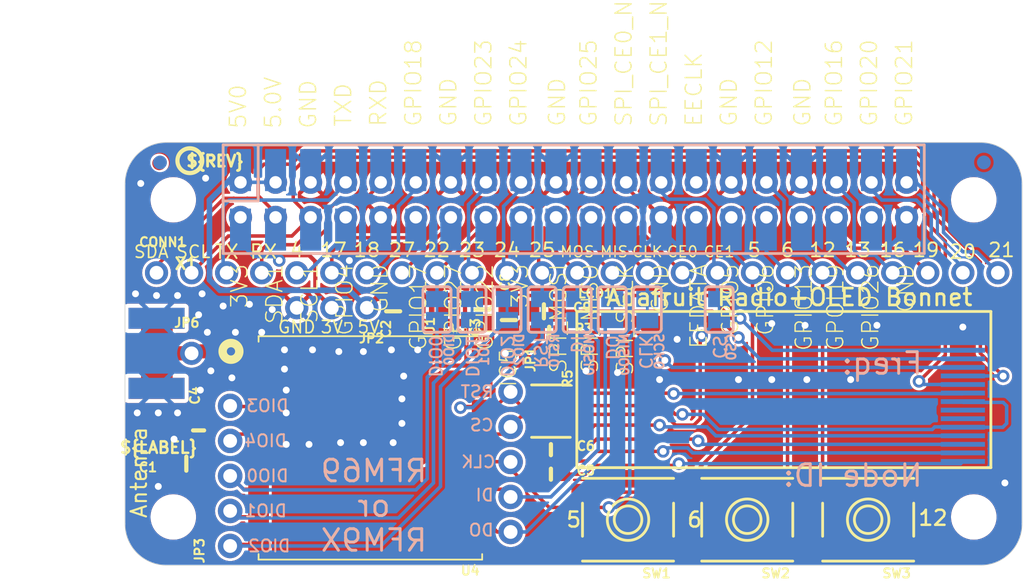
<source format=kicad_pcb>
(kicad_pcb (version 20221018) (generator pcbnew)
  (layers (0 "F.Cu" signal) (31 "B.Cu" signal) (34 "B.Paste" user) (35 "F.Paste" user) (36 "B.SilkS" user "B.Silkscreen") (37 "F.SilkS" user "F.Silkscreen") (38 "B.Mask" user) (39 "F.Mask" user) (44 "Edge.Cuts" user))
  (net 0 "")
  (net 1 "5.0V")
  (net 2 "SDA")
  (net 3 "SCL")
  (net 4 "GPIO4")
  (net 5 "GPIO17")
  (net 6 "GPIO27")
  (net 7 "GPIO22")
  (net 8 "SPI_MOSI")
  (net 9 "SPI_MISO")
  (net 10 "SPI_SCLK")
  (net 11 "GPIO5")
  (net 12 "GPIO6")
  (net 13 "GPIO13")
  (net 14 "GPIO19")
  (net 15 "GPIO26")
  (net 16 "3.3V")
  (net 17 "GND")
  (net 18 "TXD")
  (net 19 "RXD")
  (net 20 "GPIO18")
  (net 21 "GPIO24")
  (net 22 "GPIO25")
  (net 23 "SPI_CE0")
  (net 24 "SPI_CE1")
  (net 25 "EECLK")
  (net 26 "GPIO16")
  (net 27 "GPIO20")
  (net 28 "GPIO21")
  (net 29 "GPIO23")
  (net 30 "EEDATA")
  (net 31 "GPIO12")
  (net 32 "ANT")
  (net 33 "DIO3")
  (net 34 "DIO2")
  (net 35 "DIO1")
  (net 36 "DIO5")
  (net 37 "DIO4")
  (net 38 "DIO0")
  (net 39 "RFM_RST")
  (net 40 "RFM_MOSI")
  (net 41 "RFM_MISO")
  (net 42 "RFM_SCK")
  (net 43 "RFM_CS")
  (net 44 "RPI_3.3V")
  (net 45 "VBREF")
  (net 46 "N$1")
  (net 47 "N$2")
  (net 48 "N$3")
  (net 49 "N$4")
  (net 50 "VCOMH")
  (net 51 "N$7")
  (net 52 "VCC")
  (net 53 "~{OLED_RST}")
  (net 54 "RPI_3.3V@2")
  (footprint "working:0805-NO" (layer "F.Cu") (at 135.4321 101.9188 -90)
    (fp_text reference "C2")
    (fp_text value "10uF")
  )
  (footprint "working:SOT23" (layer "F.Cu") (at 146.3541 105.6018 90)
    (fp_text reference "IC5")
    (fp_text value "APX803")
  )
  (footprint "working:0603-NO" (layer "F.Cu") (at 146.7351 103.4428)
    (fp_text reference "R3")
    (fp_text value "390K")
  )
  (footprint "working:EVQ-Q2_SMALLER" (layer "F.Cu") (at 169.8491 117.0318 180)
    (fp_text reference "SW3")
    (fp_text value "6mm")
  )
  (footprint "working:0603-NO" (layer "F.Cu") (at 121.3351 110.5548 90)
    (fp_text reference "C4")
    (fp_text value "0.1uF")
  )
  (footprint "working:EVQ-Q2_SMALLER" (layer "F.Cu") (at 152.4501 117.0318 180)
    (fp_text reference "SW1")
    (fp_text value "6mm")
  )
  (footprint "working:PI_BONNET_THMSMT" (layer "F.Cu") (at 116.0011 120.3338)
    (fp_text reference "RPI1" hide)
    (fp_text value "RASPBERRYPI_BPLUS_BONNET_THMSMT" hide)
    (fp_line (start 0 -27.6604) (end 0 -3) (stroke (width 0.05)) (layer "Edge.Cuts"))
    (fp_line (start 3 0) (end 62 0) (stroke (width 0.05)) (layer "Edge.Cuts"))
    (fp_line (start 62 -30.6604) (end 3 -30.6604) (stroke (width 0.05)) (layer "Edge.Cuts"))
    (fp_line (start 65 -3) (end 65 -27.6604) (stroke (width 0.05)) (layer "Edge.Cuts"))
    (fp_arc (start 0 -27.6604) (mid 0.87868 -29.78172) (end 3 -30.6604) (stroke (width 0.05)) (layer "Edge.Cuts"))
    (fp_arc (start 3 0) (mid 0.87868 -0.87868) (end 0 -3) (stroke (width 0.05)) (layer "Edge.Cuts"))
    (fp_arc (start 62 -30.6604) (mid 64.12132 -29.78172) (end 65 -27.6604) (stroke (width 0.05)) (layer "Edge.Cuts"))
    (fp_arc (start 65 -3) (mid 64.12132 -0.87868) (end 62 0) (stroke (width 0.05)) (layer "Edge.Cuts"))
  )
  (footprint "working:0603-NO" (layer "F.Cu") (at 146.8621 113.7298)
    (fp_text reference "C5")
    (fp_text value "1uF")
  )
  (footprint "working:1X05_ROUND_70" (layer "F.Cu") (at 143.9411 112.8408 -90)
    (fp_text reference "JP1")
    (fp_text value "")
  )
  (footprint "working:FIDUCIAL_1MM" (layer "F.Cu") (at 118.4776 91.1873)
    (fp_text reference "FID1" hide)
    (fp_text value "FIDUCIAL_1MM" hide)
  )
  (footprint "working:UG-2832HSWEG02_WRAPUNDER" (layer "F.Cu") (at 178.7391 107.5068)
    (fp_text reference "LCD1")
    (fp_text value "OLED 128x32")
  )
  (footprint "working:0603-NO" (layer "F.Cu") (at 146.8621 111.9518)
    (fp_text reference "C6")
    (fp_text value "1uF")
  )
  (footprint "working:0805-NO" (layer "F.Cu") (at 141.9091 101.7918 -90)
    (fp_text reference "C3")
    (fp_text value "10uF")
  )
  (footprint "working:EVQ-Q2_SMALLER" (layer "F.Cu") (at 161.0861 117.0318 180)
    (fp_text reference "SW2")
    (fp_text value "6mm")
  )
  (footprint "working:0805-NO" (layer "F.Cu") (at 146.3541 101.9188)
    (fp_text reference "C9")
    (fp_text value "10uF")
  )
  (footprint "working:0805-NO" (layer "F.Cu") (at 120.4461 112.9678 180)
    (fp_text reference "C1")
    (fp_text value "10uF")
  )
  (footprint "working:1X05_ROUND_70" (layer "F.Cu") (at 123.6211 113.8568 90)
    (fp_text reference "JP3")
    (fp_text value "")
  )
  (footprint "working:SOT23-5" (layer "F.Cu") (at 138.4801 101.7918 -90)
    (fp_text reference "U1")
    (fp_text value "AP2112K-3.3")
  )
  (footprint "working:1X03_ROUND" (layer "F.Cu") (at 130.9871 101.6648 180)
    (fp_text reference "JP2")
    (fp_text value "")
  )
  (footprint "working:RFMHCW_SMT" (layer "F.Cu") (at 133.7811 111.8248 180)
    (fp_text reference "U4")
    (fp_text value "RFM69/9x")
  )
  (footprint "working:1X01_ROUND" (layer "F.Cu") (at 120.8271 104.9668)
    (fp_text reference "JP6")
    (fp_text value "")
  )
  (footprint "working:SMA_EDGELAUNCH_UFL" (layer "F.Cu") (at 116.2551 104.9668)
    (fp_text reference "X1")
    (fp_text value "uFL/SMA")
  )
  (footprint "working:PCBFEAT-REV-040" (layer "F.Cu") (at 120.7001 90.9968)
    (fp_text reference "U$22" hide)
    (fp_text value "" hide)
  )
  (footprint "working:FIDUCIAL_1MM" (layer "F.Cu") (at 179.2471 118.8098)
    (fp_text reference "FID2" hide)
    (fp_text value "FIDUCIAL_1MM" hide)
  )
  (footprint "working:RESPACK_4X0603" (layer "F.Cu") (at 146.8621 109.1578 -90)
    (fp_text reference "R5")
    (fp_text value "10K")
  )
  (footprint "working:1X25_ROUND_70MIL" (layer "F.Cu") (at 148.7671 99.1248)
    (fp_text reference "CONN1")
    (fp_text value "HEADER-1X25")
  )
  (footprint "working:0805-NO" (layer "F.Cu") (at 143.8141 102.5538 90)
    (fp_text reference "C8")
    (fp_text value "10uF")
  )
  (footprint "working:SOLDERJUMPER_CLOSEDWIRE" (layer "B.Cu") (at 138.6071 101.7918 90)
    (fp_text reference "DIO0")
    (fp_text value "")
  )
  (footprint "working:SOLDERJUMPER_CLOSEDWIRE" (layer "B.Cu") (at 141.1471 101.7918 90)
    (fp_text reference "DIO1")
    (fp_text value "")
  )
  (footprint "working:SOLDERJUMPER_CLOSEDWIRE" (layer "B.Cu") (at 153.8471 101.7918 90)
    (fp_text reference "SCK0")
    (fp_text value "")
  )
  (footprint "working:SOLDERJUMPER_CLOSEDWIRE" (layer "B.Cu") (at 146.2271 101.7918 90)
    (fp_text reference "RST0")
    (fp_text value "")
  )
  (footprint "working:SOLDERJUMPER_CLOSEDWIRE" (layer "B.Cu") (at 148.7671 101.7918 90)
    (fp_text reference "MOSI0")
    (fp_text value "")
  )
  (footprint "working:SOLDERJUMPER_CLOSEDWIRE" (layer "B.Cu") (at 159.0541 101.7918 90)
    (fp_text reference "CS0")
    (fp_text value "")
  )
  (footprint "working:SOLDERJUMPER_CLOSEDWIRE" (layer "B.Cu") (at 151.3071 101.7918 90)
    (fp_text reference "MISO0")
    (fp_text value "")
  )
  (footprint "working:SOLDERJUMPER_CLOSEDWIRE" (layer "B.Cu") (at 143.6871 101.7918 90)
    (fp_text reference "DIO2")
    (fp_text value "")
  )
  (gr_text "DIO2" (at 144.1951 103.5698 -90) (layer "B.SilkS") (effects (font (size 0.87376 0.87376) (thickness 0.14224)) (justify right top mirror)))
  (gr_text "Freq:" (at 173.9131 106.6178) (layer "B.SilkS") (effects (font (size 1.56464 1.56464) (thickness 0.21336)) (justify left bottom mirror)))
  (gr_text "DIO4" (at 127.8121 111.8248) (layer "B.SilkS") (effects (font (size 0.87376 0.87376) (thickness 0.14224)) (justify left bottom mirror)))
  (gr_text "CLK" (at 142.9251 113.3488) (layer "B.SilkS") (effects (font (size 0.87376 0.87376) (thickness 0.14224)) (justify left bottom mirror)))
  (gr_text "DIO0" (at 127.9391 114.3648) (layer "B.SilkS") (effects (font (size 0.87376 0.87376) (thickness 0.14224)) (justify left bottom mirror)))
  (gr_text "DIO2" (at 128.0661 119.4448) (layer "B.SilkS") (effects (font (size 0.87376 0.87376) (thickness 0.14224)) (justify left bottom mirror)))
  (gr_text "RST" (at 142.7981 108.2688) (layer "B.SilkS") (effects (font (size 0.87376 0.87376) (thickness 0.14224)) (justify left bottom mirror)))
  (gr_text "DIO1" (at 127.8121 116.9048) (layer "B.SilkS") (effects (font (size 0.87376 0.87376) (thickness 0.14224)) (justify left bottom mirror)))
  (gr_text "RFM69\nor\nRFM9X" (at 134.0351 116.0158) (layer "B.SilkS") (effects (font (size 1.56464 1.56464) (thickness 0.21336)) (justify mirror)))
  (gr_text "Node ID:" (at 173.9131 114.7458) (layer "B.SilkS") (effects (font (size 1.56464 1.56464) (thickness 0.21336)) (justify left bottom mirror)))
  (gr_text "DI" (at 149.2751 103.5698 -90) (layer "B.SilkS") (effects (font (size 0.87376 0.87376) (thickness 0.14224)) (justify right top mirror)))
  (gr_text "DI" (at 142.7981 115.7618) (layer "B.SilkS") (effects (font (size 0.87376 0.87376) (thickness 0.14224)) (justify left bottom mirror)))
  (gr_text "DO" (at 142.7981 118.3018) (layer "B.SilkS") (effects (font (size 0.87376 0.87376) (thickness 0.14224)) (justify left bottom mirror)))
  (gr_text "DO" (at 151.8151 103.5698 -90) (layer "B.SilkS") (effects (font (size 0.87376 0.87376) (thickness 0.14224)) (justify right top mirror)))
  (gr_text "DIO3" (at 127.9391 109.2848) (layer "B.SilkS") (effects (font (size 0.87376 0.87376) (thickness 0.14224)) (justify left bottom mirror)))
  (gr_text "CS" (at 159.5621 103.5698 -90) (layer "B.SilkS") (effects (font (size 0.87376 0.87376) (thickness 0.14224)) (justify right top mirror)))
  (gr_text "CS" (at 142.7981 110.6818) (layer "B.SilkS") (effects (font (size 0.87376 0.87376) (thickness 0.14224)) (justify left bottom mirror)))
  (gr_text "DIO0" (at 138.9881 103.5698 -90) (layer "B.SilkS") (effects (font (size 0.87376 0.87376) (thickness 0.14224)) (justify right top mirror)))
  (gr_text "RST" (at 146.6081 103.5698 -90) (layer "B.SilkS") (effects (font (size 0.87376 0.87376) (thickness 0.14224)) (justify right top mirror)))
  (gr_text "DIO1" (at 141.6551 103.5698 -90) (layer "B.SilkS") (effects (font (size 0.87376 0.87376) (thickness 0.14224)) (justify right top mirror)))
  (gr_text "CLK" (at 154.2281 103.5698 -90) (layer "B.SilkS") (effects (font (size 0.87376 0.87376) (thickness 0.14224)) (justify right top mirror)))
  (gr_text "16" (at 171.6271 97.4738) (layer "F.SilkS") (effects (font (size 1.00584 1.00584) (thickness 0.13716))))
  (gr_text "MOS" (at 148.7671 97.6008) (layer "F.SilkS") (effects (font (size 0.78232 0.78232) (thickness 0.10668))))
  (gr_text "SDA" (at 117.9061 97.6008) (layer "F.SilkS") (effects (font (size 0.89408 0.89408) (thickness 0.12192))))
  (gr_text "6" (at 157.2761 117.0318) (layer "F.SilkS") (effects (font (size 1.0922 1.0922) (thickness 0.1778))))
  (gr_text "18" (at 133.5271 97.4738) (layer "F.SilkS") (effects (font (size 1.00584 1.00584) (thickness 0.13716))))
  (gr_text "12" (at 174.5481 116.9048) (layer "F.SilkS") (effects (font (size 1.0922 1.0922) (thickness 0.1778))))
  (gr_text "12" (at 166.5471 97.4738) (layer "F.SilkS") (effects (font (size 1.00584 1.00584) (thickness 0.13716))))
  (gr_text "CE1" (at 159.0541 97.6008) (layer "F.SilkS") (effects (font (size 0.78232 0.78232) (thickness 0.10668))))
  (gr_text "6" (at 164.0071 97.4738) (layer "F.SilkS") (effects (font (size 1.00584 1.00584) (thickness 0.13716))))
  (gr_text "25" (at 146.2271 97.4738) (layer "F.SilkS") (effects (font (size 1.00584 1.00584) (thickness 0.13716))))
  (gr_text "27" (at 136.0671 97.4738) (layer "F.SilkS") (effects (font (size 1.00584 1.00584) (thickness 0.13716))))
  (gr_text "17" (at 131.1141 97.4738) (layer "F.SilkS") (effects (font (size 1.00584 1.00584) (thickness 0.13716))))
  (gr_text "Antenna" (at 117.0171 113.6028 90) (layer "F.SilkS") (effects (font (size 1.1176 1.1176) (thickness 0.1524))))
  (gr_text "CLK" (at 153.8471 97.6008) (layer "F.SilkS") (effects (font (size 0.78232 0.78232) (thickness 0.10668))))
  (gr_text "22" (at 138.6071 97.4738) (layer "F.SilkS") (effects (font (size 1.00584 1.00584) (thickness 0.13716))))
  (gr_text "Adafruit Radio+OLED Bonnet" (at 164.1341 100.9028) (layer "F.SilkS") (effects (font (size 1.223264 1.223264) (thickness 0.199136))))
  (gr_text "4" (at 128.4471 97.4738) (layer "F.SilkS") (effects (font (size 1.00584 1.00584) (thickness 0.13716))))
  (gr_text "13" (at 169.0871 97.4738) (layer "F.SilkS") (effects (font (size 1.00584 1.00584) (thickness 0.13716))))
  (gr_text "5" (at 161.5941 97.4738) (layer "F.SilkS") (effects (font (size 1.00584 1.00584) (thickness 0.13716))))
  (gr_text "21" (at 179.5011 97.4738) (layer "F.SilkS") (effects (font (size 1.00584 1.00584) (thickness 0.13716))))
  (gr_text "GND" (at 128.4471 103.0618) (layer "F.SilkS") (effects (font (size 0.89408 0.89408) (thickness 0.12192))))
  (gr_text "23" (at 141.1471 97.4738) (layer "F.SilkS") (effects (font (size 1.00584 1.00584) (thickness 0.13716))))
  (gr_text "5" (at 148.5131 117.0318) (layer "F.SilkS") (effects (font (size 1.0922 1.0922) (thickness 0.1778))))
  (gr_text "24" (at 143.6871 97.4738) (layer "F.SilkS") (effects (font (size 1.00584 1.00584) (thickness 0.13716))))
  (gr_text "CE0" (at 156.3871 97.6008) (layer "F.SilkS") (effects (font (size 0.78232 0.78232) (thickness 0.10668))))
  (gr_text "RX" (at 126.0341 97.6008) (layer "F.SilkS") (effects (font (size 1.00584 1.00584) (thickness 0.13716))))
  (gr_text "TX" (at 123.3671 97.6008) (layer "F.SilkS") (effects (font (size 1.00584 1.00584) (thickness 0.13716))))
  (gr_text "MIS" (at 151.4341 97.6008) (layer "F.SilkS") (effects (font (size 0.78232 0.78232) (thickness 0.10668))))
  (gr_text "20" (at 176.7071 97.6008) (layer "F.SilkS") (effects (font (size 1.00584 1.00584) (thickness 0.13716))))
  (gr_text "SCL" (at 120.9541 97.6008) (layer "F.SilkS") (effects (font (size 0.89408 0.89408) (thickness 0.12192))))
  (gr_text "3V" (at 130.9871 103.0618) (layer "F.SilkS") (effects (font (size 0.89408 0.89408) (thickness 0.12192))))
  (gr_text "5V" (at 133.6541 103.0618) (layer "F.SilkS") (effects (font (size 0.89408 0.89408) (thickness 0.12192))))
  (gr_text "19" (at 174.0401 97.4738) (layer "F.SilkS") (effects (font (size 1.00584 1.00584) (thickness 0.13716))))
  (segment (start 135.4321 100.9688) (end 137.053 100.9688) (width 0.4064) (layer "F.Cu") (net 1))
  (segment (start 137.241 100.9028) (end 138.2261 100.9028) (width 0.4064) (layer "F.Cu") (net 1))
  (segment (start 134.2231 100.9688) (end 133.5271 101.6648) (width 0.4064) (layer "F.Cu") (net 1))
  (segment (start 137.18 100.8418) (end 137.241 100.9028) (width 0.4064) (layer "F.Cu") (net 1))
  (segment (start 137.053 100.9688) (end 137.18 100.8418) (width 0.4064) (layer "F.Cu") (net 1))
  (segment (start 138.2261 100.9028) (end 138.2261 102.4268) (width 0.4064) (layer "F.Cu") (net 1))
  (segment (start 135.4321 100.9688) (end 134.2231 100.9688) (width 0.4064) (layer "F.Cu") (net 1))
  (segment (start 137.9111 102.7418) (end 137.18 102.7418) (width 0.4064) (layer "F.Cu") (net 1))
  (segment (start 138.2261 102.4268) (end 137.9111 102.7418) (width 0.4064) (layer "F.Cu") (net 1))
  (segment (start 122.876968 100.3948) (end 132.2571 100.3948) (width 0.4064) (layer "B.Cu") (net 1))
  (segment (start 124.3707 91.6764) (end 124.3707 92.5634) (width 0.254) (layer "B.Cu") (net 1))
  (segment (start 132.2571 100.3948) (end 133.5271 101.6648) (width 0.4064) (layer "B.Cu") (net 1))
  (segment (start 126.6691 91.918) (end 126.6691 92.5638) (width 0.4064) (layer "B.Cu") (net 1))
  (segment (start 126.6691 92.5638) (end 124.3711 92.5638) (width 0.254) (layer "B.Cu") (net 1))
  (segment (start 124.3707 91.6764) (end 124.303962 91.6764) (width 0.4064) (layer "B.Cu") (net 1))
  (segment (start 124.303962 91.6764) (end 122.1225 93.857863) (width 0.4064) (layer "B.Cu") (net 1))
  (segment (start 122.1225 93.857863) (end 122.1225 99.640332) (width 0.4064) (layer "B.Cu") (net 1))
  (segment (start 126.9111 92.5638) (end 126.6691 92.5638) (width 0.254) (layer "B.Cu") (net 1))
  (segment (start 124.3707 92.5634) (end 124.3711 92.5638) (width 0.254) (layer "B.Cu") (net 1))
  (segment (start 122.1225 99.640332) (end 122.876968 100.3948) (width 0.4064) (layer "B.Cu") (net 1))
  (segment (start 126.9107 91.6764) (end 126.6691 91.918) (width 0.4064) (layer "B.Cu") (net 1))
  (segment (start 123.882231 93.7273) (end 123.887131 93.7322) (width 0.254) (layer "F.Cu") (net 2))
  (segment (start 125.8436 93.7273) (end 125.6531 93.5368) (width 0.254) (layer "F.Cu") (net 2))
  (segment (start 118.2871 99.1248) (end 118.2871 98.6168) (width 0.254) (layer "F.Cu") (net 2))
  (segment (start 123.1766 93.7273) (end 123.882231 93.7273) (width 0.254) (layer "F.Cu") (net 2))
  (segment (start 124.855068 93.7322) (end 124.859968 93.7273) (width 0.254) (layer "F.Cu") (net 2))
  (segment (start 173.213481 90.2856) (end 174.6243 91.696419) (width 0.254) (layer "F.Cu") (net 2))
  (segment (start 124.859968 93.7273) (end 125.8436 93.7273) (width 0.254) (layer "F.Cu") (net 2))
  (segment (start 126.9111 94.7948) (end 125.8436 93.7273) (width 0.254) (layer "F.Cu") (net 2))
  (segment (start 125.6531 91.6826) (end 126.0849 91.2508) (width 0.254) (layer "F.Cu") (net 2))
  (segment (start 126.9111 95.1038) (end 126.9111 94.7948) (width 0.254) (layer "F.Cu") (net 2))
  (segment (start 128.054518 91.2508) (end 129.019718 90.2856) (width 0.254) (layer "F.Cu") (net 2))
  (segment (start 118.2871 98.6168) (end 123.1766 93.7273) (width 0.254) (layer "F.Cu") (net 2))
  (segment (start 177.9771 104.9668) (end 179.6281 106.6178) (width 0.254) (layer "F.Cu") (net 2))
  (segment (start 126.0849 91.2508) (end 128.054518 91.2508) (width 0.254) (layer "F.Cu") (net 2))
  (segment (start 177.9771 98.3628) (end 177.9771 104.9668) (width 0.254) (layer "F.Cu") (net 2))
  (segment (start 125.6531 93.5368) (end 125.6531 91.6826) (width 0.254) (layer "F.Cu") (net 2))
  (segment (start 123.887131 93.7322) (end 124.855068 93.7322) (width 0.254) (layer "F.Cu") (net 2))
  (segment (start 129.019718 90.2856) (end 173.213481 90.2856) (width 0.254) (layer "F.Cu") (net 2))
  (segment (start 174.6243 91.696419) (end 174.6243 95.01) (width 0.254) (layer "F.Cu") (net 2))
  (segment (start 174.6243 95.01) (end 177.9771 98.3628) (width 0.254) (layer "F.Cu") (net 2))
  (via (at 179.6281 106.6178) (size 0.9064) (drill 0.5) (layers "F.Cu" "B.Cu") (net 2))
  (segment (start 179.6281 106.6178) (end 179.6171 106.6068) (width 0.254) (layer "B.Cu") (net 2))
  (segment (start 126.9111 95.994) (end 126.9111 95.1038) (width 0.254) (layer "B.Cu") (net 2))
  (segment (start 179.6171 106.6068) (end 176.7091 106.6068) (width 0.254) (layer "B.Cu") (net 2))
  (segment (start 126.9107 95.9944) (end 126.9111 95.994) (width 0.254) (layer "B.Cu") (net 2))
  (segment (start 128.0971 96.4578) (end 123.4941 96.4578) (width 0.254) (layer "F.Cu") (net 3))
  (segment (start 174.1671 95.5688) (end 175.4371 96.8388) (width 0.254) (layer "F.Cu") (net 3))
  (segment (start 175.4371 96.8388) (end 175.4371 103.1888) (width 0.254) (layer "F.Cu") (net 3))
  (segment (start 123.4941 96.4578) (end 120.8271 99.1248) (width 0.254) (layer "F.Cu") (net 3))
  (segment (start 128.1931 91.7588) (end 128.1931 93.8458) (width 0.254) (layer "F.Cu") (net 3))
  (segment (start 174.1671 91.8858) (end 174.1671 95.5688) (width 0.254) (layer "F.Cu") (net 3))
  (segment (start 128.1931 93.8458) (end 129.4511 95.1038) (width 0.254) (layer "F.Cu") (net 3))
  (segment (start 173.0241 90.7428) (end 129.2091 90.7428) (width 0.254) (layer "F.Cu") (net 3))
  (segment (start 175.4371 105.0938) (end 175.4371 103.1888) (width 0.254) (layer "F.Cu") (net 3))
  (segment (start 173.5321 106.9988) (end 175.4371 105.0938) (width 0.254) (layer "F.Cu") (net 3))
  (segment (start 129.2091 90.7428) (end 128.1931 91.7588) (width 0.254) (layer "F.Cu") (net 3))
  (segment (start 174.1671 91.8858) (end 173.0241 90.7428) (width 0.254) (layer "F.Cu") (net 3))
  (segment (start 129.4511 95.1038) (end 128.0971 96.4578) (width 0.254) (layer "F.Cu") (net 3))
  (via (at 173.5321 106.9988) (size 0.9064) (drill 0.5) (layers "F.Cu" "B.Cu") (net 3))
  (segment (start 129.4511 95.994) (end 129.4511 95.1038) (width 0.254) (layer "B.Cu") (net 3))
  (segment (start 173.7601 107.2268) (end 173.5321 106.9988) (width 0.254) (layer "B.Cu") (net 3))
  (segment (start 129.4507 95.9944) (end 129.4511 95.994) (width 0.254) (layer "B.Cu") (net 3))
  (segment (start 176.7091 107.2268) (end 173.7601 107.2268) (width 0.254) (layer "B.Cu") (net 3))
  (segment (start 131.9907 95.9944) (end 131.9911 95.994) (width 0.254) (layer "B.Cu") (net 4))
  (segment (start 128.4471 99.1248) (end 129.2091 99.1248) (width 0.254) (layer "B.Cu") (net 4))
  (segment (start 131.9911 95.994) (end 131.9911 95.1038) (width 0.254) (layer "B.Cu") (net 4))
  (segment (start 129.2091 99.1248) (end 131.9911 96.3428) (width 0.254) (layer "B.Cu") (net 4))
  (segment (start 131.9911 96.3428) (end 131.9911 95.1038) (width 0.254) (layer "B.Cu") (net 4))
  (segment (start 130.9871 99.1248) (end 130.9871 97.6008) (width 0.254) (layer "F.Cu") (net 5))
  (segment (start 130.9871 97.6008) (end 132.0031 96.5848) (width 0.254) (layer "F.Cu") (net 5))
  (segment (start 132.0031 96.5848) (end 136.5751 96.5848) (width 0.254) (layer "F.Cu") (net 5))
  (segment (start 136.5751 96.5848) (end 137.0711 96.0888) (width 0.254) (layer "F.Cu") (net 5))
  (segment (start 137.0711 96.0888) (end 137.0711 95.1038) (width 0.3048) (layer "F.Cu") (net 5))
  (segment (start 137.0707 95.9944) (end 137.0711 95.994) (width 0.254) (layer "B.Cu") (net 5))
  (segment (start 137.0711 95.994) (end 137.0711 95.1038) (width 0.254) (layer "B.Cu") (net 5))
  (segment (start 139.6111 95.1038) (end 139.6111 95.5808) (width 0.254) (layer "F.Cu") (net 6))
  (segment (start 139.6111 95.5808) (end 136.0671 99.1248) (width 0.254) (layer "F.Cu") (net 6))
  (segment (start 139.6107 95.9944) (end 139.6111 95.994) (width 0.254) (layer "B.Cu") (net 6))
  (segment (start 139.6111 95.994) (end 139.6111 95.1038) (width 0.254) (layer "B.Cu") (net 6))
  (segment (start 142.1511 95.1038) (end 142.1511 95.5808) (width 0.254) (layer "F.Cu") (net 7))
  (segment (start 142.1511 95.5808) (end 138.6071 99.1248) (width 0.254) (layer "F.Cu") (net 7))
  (segment (start 138.6071 101.0298) (end 138.6071 99.1248) (width 0.254) (layer "B.Cu") (net 7))
  (segment (start 142.1507 95.9944) (end 142.1507 95.1042) (width 0.254) (layer "B.Cu") (net 7))
  (segment (start 142.1507 95.1042) (end 142.1511 95.1038) (width 0.254) (layer "B.Cu") (net 7))
  (segment (start 148.7671 99.1248) (end 147.2311 97.5888) (width 0.254) (layer "F.Cu") (net 8))
  (segment (start 147.2311 97.5888) (end 147.2311 95.1038) (width 0.254) (layer "F.Cu") (net 8))
  (segment (start 148.7671 101.0298) (end 148.7671 99.1248) (width 0.254) (layer "B.Cu") (net 8))
  (segment (start 147.2307 95.9944) (end 147.2311 95.994) (width 0.254) (layer "B.Cu") (net 8))
  (segment (start 147.2311 95.994) (end 147.2311 95.1038) (width 0.254) (layer "B.Cu") (net 8))
  (segment (start 149.7711 97.5888) (end 149.7711 95.1038) (width 0.254) (layer "F.Cu") (net 9))
  (segment (start 151.3071 99.1248) (end 149.7711 97.5888) (width 0.254) (layer "F.Cu") (net 9))
  (segment (start 149.7707 95.9944) (end 149.7707 95.1042) (width 0.254) (layer "B.Cu") (net 9))
  (segment (start 151.3071 101.0298) (end 151.3071 99.1248) (width 0.254) (layer "B.Cu") (net 9))
  (segment (start 149.7707 95.1042) (end 149.7711 95.1038) (width 0.254) (layer "B.Cu") (net 9))
  (segment (start 153.8471 99.1248) (end 152.3111 97.5888) (width 0.254) (layer "F.Cu") (net 10))
  (segment (start 152.3111 97.5888) (end 152.3111 95.1038) (width 0.254) (layer "F.Cu") (net 10))
  (segment (start 152.3107 95.1042) (end 152.3111 95.1038) (width 0.254) (layer "B.Cu") (net 10))
  (segment (start 152.3107 95.9944) (end 152.3107 95.1042) (width 0.254) (layer "B.Cu") (net 10))
  (segment (start 153.8471 99.1248) (end 153.8471 101.0298) (width 0.254) (layer "B.Cu") (net 10))
  (segment (start 149.3501 115.0318) (end 155.5501 115.0318) (width 0.254) (layer "F.Cu") (net 11))
  (segment (start 161.4671 109.4118) (end 155.8471 115.0318) (width 0.254) (layer "F.Cu") (net 11))
  (segment (start 161.4671 109.4118) (end 161.4671 99.1248) (width 0.254) (layer "F.Cu") (net 11))
  (segment (start 155.5501 115.0318) (end 155.8471 115.0318) (width 0.254) (layer "F.Cu") (net 11))
  (segment (start 159.9307 95.9944) (end 159.9311 95.9948) (width 0.254) (layer "B.Cu") (net 11))
  (segment (start 159.9311 95.9948) (end 159.9311 97.5888) (width 0.254) (layer "B.Cu") (net 11))
  (segment (start 159.9311 97.5888) (end 161.4671 99.1248) (width 0.254) (layer "B.Cu") (net 11))
  (segment (start 159.9311 95.1038) (end 159.9311 95.9948) (width 0.254) (layer "B.Cu") (net 11))
  (segment (start 164.0071 99.1248) (end 164.0071 114.8528) (width 0.254) (layer "F.Cu") (net 12))
  (segment (start 157.9861 115.0318) (end 164.1861 115.0318) (width 0.254) (layer "F.Cu") (net 12))
  (segment (start 164.0071 114.8528) (end 164.1861 115.0318) (width 0.254) (layer "F.Cu") (net 12))
  (segment (start 162.4707 95.9944) (end 162.4711 95.994) (width 0.254) (layer "B.Cu") (net 12))
  (segment (start 162.4711 95.3148) (end 162.4711 97.5888) (width 0.254) (layer "B.Cu") (net 12))
  (segment (start 162.4711 95.1038) (end 162.4711 95.3148) (width 0.254) (layer "B.Cu") (net 12))
  (segment (start 162.4711 97.5888) (end 164.0071 99.1248) (width 0.254) (layer "B.Cu") (net 12))
  (segment (start 162.4711 95.994) (end 162.4711 95.3148) (width 0.254) (layer "B.Cu") (net 12))
  (segment (start 167.3091 97.8548) (end 166.4201 97.8548) (width 0.254) (layer "B.Cu") (net 13))
  (segment (start 165.0107 95.1042) (end 165.0111 95.1038) (width 0.254) (layer "B.Cu") (net 13))
  (segment (start 167.3091 97.8548) (end 168.3251 98.8708) (width 0.254) (layer "B.Cu") (net 13))
  (segment (start 165.0107 96.4454) (end 165.0107 95.9944) (width 0.254) (layer "B.Cu") (net 13))
  (segment (start 168.3251 98.8708) (end 168.8331 98.8708) (width 0.254) (layer "B.Cu") (net 13))
  (segment (start 165.0107 95.9944) (end 165.0107 95.1042) (width 0.254) (layer "B.Cu") (net 13))
  (segment (start 168.8331 98.8708) (end 169.0871 99.1248) (width 0.254) (layer "B.Cu") (net 13))
  (segment (start 166.4201 97.8548) (end 165.0107 96.4454) (width 0.254) (layer "B.Cu") (net 13))
  (segment (start 172.3891 97.3468) (end 174.1671 99.1248) (width 0.254) (layer "F.Cu") (net 14))
  (segment (start 168.7061 97.3468) (end 172.3891 97.3468) (width 0.254) (layer "F.Cu") (net 14))
  (segment (start 167.5511 96.1918) (end 168.7061 97.3468) (width 0.254) (layer "F.Cu") (net 14))
  (segment (start 167.5511 95.1038) (end 167.5511 96.1918) (width 0.254) (layer "F.Cu") (net 14))
  (segment (start 167.5507 95.9944) (end 167.5511 95.994) (width 0.254) (layer "B.Cu") (net 14))
  (segment (start 167.5511 95.994) (end 167.5511 95.1038) (width 0.254) (layer "B.Cu") (net 14))
  (segment (start 170.0907 95.9944) (end 170.0911 95.994) (width 0.254) (layer "B.Cu") (net 15))
  (segment (start 170.0911 95.994) (end 170.0911 95.1038) (width 0.254) (layer "B.Cu") (net 15))
  (segment (start 145.2541 107.0998) (end 146.0121 107.8578) (width 0.254) (layer "F.Cu") (net 16))
  (segment (start 155.8791 109.3904) (end 155.2465 108.7578) (width 0.254) (layer "F.Cu") (net 16))
  (segment (start 155.2465 108.7578) (end 147.7121 108.7578) (width 0.254) (layer "F.Cu") (net 16))
  (segment (start 121.3351 111.4048) (end 121.3351 112.9068) (width 0.3048) (layer "F.Cu") (net 16))
  (segment (start 147.2241 108.7578) (end 147.7121 108.7578) (width 0.254) (layer "F.Cu") (net 16))
  (segment (start 137.5911 106.6178) (end 138.2261 105.9828) (width 0.4064) (layer "F.Cu") (net 16))
  (segment (start 121.7517 112.6122) (end 121.3961 112.9678) (width 0.3048) (layer "F.Cu") (net 16))
  (segment (start 147.7121 108.7578) (end 147.7121 109.5578) (width 0.254) (layer "F.Cu") (net 16))
  (segment (start 140.7358 105.5051) (end 140.3851 105.8558) (width 0.3048) (layer "F.Cu") (net 16))
  (segment (start 140.6391 100.8418) (end 140.6391 102.222807) (width 0.3048) (layer "F.Cu") (net 16))
  (segment (start 140.6391 102.222807) (end 140.7358 102.319507) (width 0.3048) (layer "F.Cu") (net 16))
  (segment (start 140.6391 100.8418) (end 141.9091 100.8418) (width 0.4064) (layer "F.Cu") (net 16))
  (segment (start 121.3351 112.9068) (end 121.3961 112.9678) (width 0.3048) (layer "F.Cu") (net 16))
  (segment (start 125.6811 112.8248) (end 124.349231 112.8248) (width 0.3048) (layer "F.Cu") (net 16))
  (segment (start 156.3871 109.3904) (end 155.8791 109.3904) (width 0.254) (layer "F.Cu") (net 16))
  (segment (start 138.2261 105.9828) (end 138.4801 105.9828) (width 0.4064) (layer "F.Cu") (net 16))
  (segment (start 137.5911 112.8248) (end 137.5911 106.6178) (width 0.4064) (layer "F.Cu") (net 16))
  (segment (start 124.349231 112.8248) (end 124.136631 112.6122) (width 0.3048) (layer "F.Cu") (net 16))
  (segment (start 124.136631 112.6122) (end 121.7517 112.6122) (width 0.3048) (layer "F.Cu") (net 16))
  (segment (start 138.6071 105.8558) (end 140.3851 105.8558) (width 0.3048) (layer "F.Cu") (net 16))
  (segment (start 146.3241 107.8578) (end 147.2241 108.7578) (width 0.254) (layer "F.Cu") (net 16))
  (segment (start 140.7358 102.319507) (end 140.7358 105.5051) (width 0.3048) (layer "F.Cu") (net 16))
  (segment (start 146.0121 107.8578) (end 146.3241 107.8578) (width 0.254) (layer "F.Cu") (net 16))
  (segment (start 145.2541 105.6018) (end 145.0001 105.8558) (width 0.3048) (layer "F.Cu") (net 16))
  (segment (start 140.3851 105.8558) (end 145.0001 105.8558) (width 0.3048) (layer "F.Cu") (net 16))
  (segment (start 125.6811 112.8248) (end 137.5911 112.8248) (width 0.3048) (layer "F.Cu") (net 16))
  (segment (start 145.2541 105.6018) (end 145.2541 107.0998) (width 0.254) (layer "F.Cu") (net 16))
  (segment (start 139.7802 100.8418) (end 140.6391 100.8418) (width 0.4064) (layer "F.Cu") (net 16))
  (segment (start 138.4801 105.9828) (end 138.6071 105.8558) (width 0.4064) (layer "F.Cu") (net 16))
  (via (at 156.3871 109.3904) (size 0.9064) (drill 0.5) (layers "F.Cu" "B.Cu") (net 16))
  (segment (start 159.000481 110.4896) (end 174.4863 110.4896) (width 0.254) (layer "B.Cu") (net 16))
  (segment (start 176.7091 110.3268) (end 179.6021 110.3268) (width 0.254) (layer "B.Cu") (net 16))
  (segment (start 179.8821 110.0468) (end 179.8821 108.7768) (width 0.254) (layer "B.Cu") (net 16))
  (segment (start 174.4863 110.4896) (end 174.6751 110.3008) (width 0.254) (layer "B.Cu") (net 16))
  (segment (start 157.901281 109.3904) (end 159.000481 110.4896) (width 0.254) (layer "B.Cu") (net 16))
  (segment (start 176.6831 110.3008) (end 176.7091 110.3268) (width 0.254) (layer "B.Cu") (net 16))
  (segment (start 179.6281 108.5228) (end 176.7651 108.5228) (width 0.254) (layer "B.Cu") (net 16))
  (segment (start 176.7651 108.5228) (end 176.7091 108.4668) (width 0.254) (layer "B.Cu") (net 16))
  (segment (start 179.8821 108.7768) (end 179.6281 108.5228) (width 0.254) (layer "B.Cu") (net 16))
  (segment (start 157.901281 109.3904) (end 156.3871 109.3904) (width 0.254) (layer "B.Cu") (net 16))
  (segment (start 179.6021 110.3268) (end 179.8821 110.0468) (width 0.254) (layer "B.Cu") (net 16))
  (segment (start 174.6751 110.3008) (end 176.6831 110.3008) (width 0.254) (layer "B.Cu") (net 16))
  (segment (start 136.680262 101.7918) (end 136.1736 102.298463) (width 0.4064) (layer "F.Cu") (net 17))
  (segment (start 145.8851 103.4428) (end 145.8851 102.3998) (width 0.4064) (layer "F.Cu") (net 17))
  (segment (start 145.8851 102.3998) (end 145.4041 101.9188) (width 0.4064) (layer "F.Cu") (net 17))
  (segment (start 137.18 101.7918) (end 136.680262 101.7918) (width 0.4064) (layer "F.Cu") (net 17))
  (segment (start 136.1736 102.4473) (end 135.7521 102.8688) (width 0.4064) (layer "F.Cu") (net 17))
  (segment (start 136.1736 102.298463) (end 136.1736 102.4473) (width 0.4064) (layer "F.Cu") (net 17))
  (segment (start 135.7521 102.8688) (end 135.4321 102.8688) (width 0.4064) (layer "F.Cu") (net 17))
  (via (at 127.5581 104.7128) (size 0.9064) (drill 0.5) (layers "F.Cu" "B.Cu") (net 17))
  (via (at 118.2871 100.7758) (size 0.9064) (drill 0.5) (layers "F.Cu" "B.Cu") (net 17))
  (via (at 121.4621 107.6338) (size 0.9064) (drill 0.5) (layers "F.Cu" "B.Cu") (net 17))
  (via (at 160.4511 106.8718) (size 0.9064) (drill 0.5) (layers "F.Cu" "B.Cu") (net 17))
  (via (at 121.8431 92.2668) (size 0.9064) (drill 0.5) (layers "F.Cu" "B.Cu") (net 17))
  (via (at 143.5601 104.9668) (size 0.9064) (drill 0.5) (layers "F.Cu" "B.Cu") (net 17))
  (via (at 129.5901 104.7128) (size 0.9064) (drill 0.5) (layers "F.Cu" "B.Cu") (net 17))
  (via (at 121.9701 103.4428) (size 0.9064) (drill 0.5) (layers "F.Cu" "B.Cu") (net 17))
  (via (at 121.5891 100.6488) (size 0.9064) (drill 0.5) (layers "F.Cu" "B.Cu") (net 17))
  (via (at 165.4041 106.8718) (size 0.9064) (drill 0.5) (layers "F.Cu" "B.Cu") (net 17))
  (via (at 125.0181 101.4108) (size 0.9064) (drill 0.5) (layers "F.Cu" "B.Cu") (net 17))
  (via (at 132.2571 98.2358) (size 0.9064) (drill 0.5) (layers "F.Cu" "B.Cu") (net 17))
  (via (at 136.0671 110.0468) (size 0.9064) (drill 0.5) (layers "F.Cu" "B.Cu") (net 17))
  (via (at 127.5581 106.1098) (size 0.9064) (drill 0.5) (layers "F.Cu" "B.Cu") (net 17))
  (via (at 179.7551 114.3648) (size 0.9064) (drill 0.5) (layers "F.Cu" "B.Cu") (net 17))
  (via (at 135.3051 104.7128) (size 0.9064) (drill 0.5) (layers "F.Cu" "B.Cu") (net 17))
  (via (at 119.5571 111.1898) (size 0.9064) (drill 0.5) (layers "F.Cu" "B.Cu") (net 17))
  (via (at 135.4321 111.4438) (size 0.9064) (drill 0.5) (layers "F.Cu" "B.Cu") (net 17))
  (via (at 118.4141 109.2848) (size 0.9064) (drill 0.5) (layers "F.Cu" "B.Cu") (net 17))
  (via (at 149.4021 106.2368) (size 0.9064) (drill 0.5) (layers "F.Cu" "B.Cu") (net 17))
  (via (at 123.7481 106.7448) (size 0.9064) (drill 0.5) (layers "F.Cu" "B.Cu") (net 17))
  (via (at 118.4141 114.6188) (size 0.9064) (drill 0.5) (layers "F.Cu" "B.Cu") (net 17))
  (via (at 127.6851 107.6338) (size 0.9064) (drill 0.5) (layers "F.Cu" "B.Cu") (net 17))
  (via (at 123.1131 101.5378) (size 0.9064) (drill 0.5) (layers "F.Cu" "B.Cu") (net 17))
  (via (at 119.8111 100.7758) (size 0.9064) (drill 0.5) (layers "F.Cu" "B.Cu") (net 17))
  (via (at 168.5791 106.8718) (size 0.9064) (drill 0.5) (layers "F.Cu" "B.Cu") (net 17))
  (via (at 136.1941 106.6178) (size 0.9064) (drill 0.5) (layers "F.Cu" "B.Cu") (net 17))
  (via (at 117.1441 92.6478) (size 0.9064) (drill 0.5) (layers "F.Cu" "B.Cu") (net 17))
  (via (at 116.7631 100.6488) (size 0.9064) (drill 0.5) (layers "F.Cu" "B.Cu") (net 17))
  (via (at 133.2731 111.4438) (size 0.9064) (drill 0.5) (layers "F.Cu" "B.Cu") (net 17))
  (via (at 126.6691 101.7918) (size 0.9064) (drill 0.5) (layers "F.Cu" "B.Cu") (net 17))
  (via (at 133.2731 104.8398) (size 0.9064) (drill 0.5) (layers "F.Cu" "B.Cu") (net 17))
  (via (at 170.4841 102.9348) (size 0.9064) (drill 0.5) (layers "F.Cu" "B.Cu") (net 17))
  (via (at 121.3351 102.1728) (size 0.9064) (drill 0.5) (layers "F.Cu" "B.Cu") (net 17))
  (via (at 156.0061 103.9508) (size 0.9064) (drill 0.5) (layers "F.Cu" "B.Cu") (net 17))
  (via (at 137.2101 104.7128) (size 0.9064) (drill 0.5) (layers "F.Cu" "B.Cu") (net 17))
  (via (at 136.0671 108.2688) (size 0.9064) (drill 0.5) (layers "F.Cu" "B.Cu") (net 17))
  (via (at 151.6881 106.3638) (size 0.9064) (drill 0.5) (layers "F.Cu" "B.Cu") (net 17))
  (via (at 165.2771 102.9348) (size 0.9064) (drill 0.5) (layers "F.Cu" "B.Cu") (net 17))
  (via (at 176.7071 103.0618) (size 0.9064) (drill 0.5) (layers "F.Cu" "B.Cu") (net 17))
  (via (at 122.2241 106.2368) (size 0.9064) (drill 0.5) (layers "F.Cu" "B.Cu") (net 17))
  (via (at 131.4951 104.8398) (size 0.9064) (drill 0.5) (layers "F.Cu" "B.Cu") (net 17))
  (via (at 127.6851 111.5708) (size 0.9064) (drill 0.5) (layers "F.Cu" "B.Cu") (net 17))
  (via (at 154.7361 106.8718) (size 0.9064) (drill 0.5) (layers "F.Cu" "B.Cu") (net 17))
  (via (at 127.6851 109.2848) (size 0.9064) (drill 0.5) (layers "F.Cu" "B.Cu") (net 17))
  (via (at 116.8901 109.2848) (size 0.9064) (drill 0.5) (layers "F.Cu" "B.Cu") (net 17))
  (via (at 162.8641 102.8078) (size 0.9064) (drill 0.5) (layers "F.Cu" "B.Cu") (net 17))
  (via (at 119.8111 109.2848) (size 0.9064) (drill 0.5) (layers "F.Cu" "B.Cu") (net 17))
  (via (at 124.0021 103.4428) (size 0.9064) (drill 0.5) (layers "F.Cu" "B.Cu") (net 17))
  (via (at 162.8641 106.8718) (size 0.9064) (drill 0.5) (layers "F.Cu" "B.Cu") (net 17))
  (via (at 131.6221 111.4438) (size 0.9064) (drill 0.5) (layers "F.Cu" "B.Cu") (net 17))
  (via (at 129.3361 111.5708) (size 0.9064) (drill 0.5) (layers "F.Cu" "B.Cu") (net 17))
  (via (at 125.9071 103.4428) (size 0.9064) (drill 0.5) (layers "F.Cu" "B.Cu") (net 17))
  (segment (start 134.5307 95.9944) (end 134.5311 95.994) (width 0.254) (layer "B.Cu") (net 17))
  (segment (start 139.6107 92.5634) (end 139.6111 92.5638) (width 0.254) (layer "B.Cu") (net 17))
  (segment (start 159.9311 91.6768) (end 159.9311 92.5638) (width 0.254) (layer "B.Cu") (net 17))
  (segment (start 139.6107 91.6764) (end 139.6107 92.5634) (width 0.254) (layer "B.Cu") (net 17))
  (segment (start 172.6307 95.9944) (end 172.6311 95.994) (width 0.254) (layer "B.Cu") (net 17))
  (segment (start 165.0111 91.6768) (end 165.0111 92.5638) (width 0.254) (layer "B.Cu") (net 17))
  (segment (start 159.9307 91.6764) (end 159.9311 91.6768) (width 0.254) (layer "B.Cu") (net 17))
  (segment (start 129.4507 91.6764) (end 129.4507 92.5634) (width 0.254) (layer "B.Cu") (net 17))
  (segment (start 165.0107 91.6764) (end 165.0111 91.6768) (width 0.254) (layer "B.Cu") (net 17))
  (segment (start 134.5311 95.994) (end 134.5311 95.1038) (width 0.254) (layer "B.Cu") (net 17))
  (segment (start 129.4507 92.5634) (end 129.4511 92.5638) (width 0.254) (layer "B.Cu") (net 17))
  (segment (start 172.6311 95.994) (end 172.6311 95.1038) (width 0.254) (layer "B.Cu") (net 17))
  (segment (start 123.1131 94.2988) (end 123.1131 98.6168) (width 0.254) (layer "B.Cu") (net 18))
  (segment (start 131.9907 91.6764) (end 131.9907 92.5634) (width 0.254) (layer "B.Cu") (net 18))
  (segment (start 131.9907 92.5634) (end 131.9911 92.5638) (width 0.254) (layer "B.Cu") (net 18))
  (segment (start 130.7966 93.8543) (end 123.5576 93.8543) (width 0.254) (layer "B.Cu") (net 18))
  (segment (start 123.5576 93.8543) (end 123.1131 94.2988) (width 0.254) (layer "B.Cu") (net 18))
  (segment (start 123.3671 98.8708) (end 123.3671 99.1248) (width 0.254) (layer "B.Cu") (net 18))
  (segment (start 131.9911 92.6598) (end 130.7966 93.8543) (width 0.254) (layer "B.Cu") (net 18))
  (segment (start 123.1131 98.6168) (end 123.3671 98.8708) (width 0.254) (layer "B.Cu") (net 18))
  (segment (start 131.9911 92.5638) (end 131.9911 92.6598) (width 0.254) (layer "B.Cu") (net 18))
  (segment (start 125.9071 99.1248) (end 125.9071 97.4738) (width 0.254) (layer "F.Cu") (net 19))
  (segment (start 131.4316 93.8543) (end 133.3366 93.8543) (width 0.254) (layer "F.Cu") (net 19))
  (segment (start 128.4471 97.0928) (end 129.0821 96.4578) (width 0.254) (layer "F.Cu") (net 19))
  (segment (start 130.0981 96.4578) (end 130.7331 95.8228) (width 0.254) (layer "F.Cu") (net 19))
  (segment (start 134.5311 92.6598) (end 133.3366 93.8543) (width 0.254) (layer "F.Cu") (net 19))
  (segment (start 130.7331 94.5528) (end 131.4316 93.8543) (width 0.254) (layer "F.Cu") (net 19))
  (segment (start 129.0821 96.4578) (end 130.0981 96.4578) (width 0.254) (layer "F.Cu") (net 19))
  (segment (start 125.9071 97.4738) (end 126.2881 97.0928) (width 0.254) (layer "F.Cu") (net 19))
  (segment (start 130.7331 95.8228) (end 130.7331 94.5528) (width 0.254) (layer "F.Cu") (net 19))
  (segment (start 134.5311 92.5638) (end 134.5311 92.6598) (width 0.254) (layer "F.Cu") (net 19))
  (segment (start 126.2881 97.0928) (end 128.4471 97.0928) (width 0.254) (layer "F.Cu") (net 19))
  (segment (start 134.5307 92.5634) (end 134.5311 92.5638) (width 0.254) (layer "B.Cu") (net 19))
  (segment (start 134.5307 91.6764) (end 134.5307 92.5634) (width 0.254) (layer "B.Cu") (net 19))
  (segment (start 135.8131 97.591975) (end 135.8131 94.2988) (width 0.254) (layer "B.Cu") (net 20))
  (segment (start 133.5271 99.1248) (end 134.280275 99.1248) (width 0.254) (layer "B.Cu") (net 20))
  (segment (start 134.280275 99.1248) (end 135.8131 97.591975) (width 0.254) (layer "B.Cu") (net 20))
  (segment (start 137.0711 93.0408) (end 137.0711 92.5638) (width 0.254) (layer "B.Cu") (net 20))
  (segment (start 135.8131 94.2988) (end 137.0711 93.0408) (width 0.254) (layer "B.Cu") (net 20))
  (segment (start 137.0707 92.5634) (end 137.0711 92.5638) (width 0.254) (layer "B.Cu") (net 20))
  (segment (start 137.0707 91.6764) (end 137.0707 92.5634) (width 0.254) (layer "B.Cu") (net 20))
  (segment (start 143.6871 101.0298) (end 143.6871 99.1248) (width 0.254) (layer "B.Cu") (net 21))
  (segment (start 144.6907 92.5634) (end 144.6911 92.5638) (width 0.254) (layer "B.Cu") (net 21))
  (segment (start 144.6911 92.5638) (end 144.6911 93.0408) (width 0.254) (layer "B.Cu") (net 21))
  (segment (start 144.6911 93.0408) (end 143.4331 94.2988) (width 0.254) (layer "B.Cu") (net 21))
  (segment (start 143.4331 94.2988) (end 143.4331 98.8708) (width 0.254) (layer "B.Cu") (net 21))
  (segment (start 143.4331 98.8708) (end 143.6871 99.1248) (width 0.254) (layer "B.Cu") (net 21))
  (segment (start 144.6907 91.6764) (end 144.6907 92.5634) (width 0.254) (layer "B.Cu") (net 21))
  (segment (start 146.6716 93.8543) (end 148.5766 93.8543) (width 0.254) (layer "F.Cu") (net 22))
  (segment (start 145.9731 98.8708) (end 145.9731 94.5528) (width 0.254) (layer "F.Cu") (net 22))
  (segment (start 149.7711 92.5638) (end 149.7711 92.6598) (width 0.254) (layer "F.Cu") (net 22))
  (segment (start 146.2271 99.1248) (end 145.9731 98.8708) (width 0.254) (layer "F.Cu") (net 22))
  (segment (start 145.9731 94.5528) (end 146.6716 93.8543) (width 0.254) (layer "F.Cu") (net 22))
  (segment (start 149.7711 92.6598) (end 148.5766 93.8543) (width 0.254) (layer "F.Cu") (net 22))
  (segment (start 149.7707 91.6764) (end 149.7707 92.5634) (width 0.254) (layer "B.Cu") (net 22))
  (segment (start 146.2271 101.0298) (end 146.2271 99.1248) (width 0.254) (layer "B.Cu") (net 22))
  (segment (start 149.7707 92.5634) (end 149.7711 92.5638) (width 0.254) (layer "B.Cu") (net 22))
  (segment (start 153.5931 96.3308) (end 153.5931 94.1718) (width 0.254) (layer "F.Cu") (net 23))
  (segment (start 152.3111 92.8898) (end 152.3111 92.5638) (width 0.254) (layer "F.Cu") (net 23))
  (segment (start 156.3871 99.1248) (end 153.5931 96.3308) (width 0.254) (layer "F.Cu") (net 23))
  (segment (start 153.5931 94.1718) (end 152.3111 92.8898) (width 0.254) (layer "F.Cu") (net 23))
  (segment (start 152.3111 91.6768) (end 152.3111 92.5638) (width 0.254) (layer "B.Cu") (net 23))
  (segment (start 152.3107 91.6764) (end 152.3111 91.6768) (width 0.254) (layer "B.Cu") (net 23))
  (segment (start 154.8507 91.6764) (end 154.8511 91.6768) (width 0.254) (layer "B.Cu") (net 24))
  (segment (start 158.9271 99.1248) (end 158.9271 100.9028) (width 0.254) (layer "B.Cu") (net 24))
  (segment (start 158.9271 99.1248) (end 158.6731 98.8708) (width 0.254) (layer "B.Cu") (net 24))
  (segment (start 154.8511 92.6478) (end 154.8511 92.5638) (width 0.254) (layer "B.Cu") (net 24))
  (segment (start 155.3711 93.7908) (end 154.8511 93.2708) (width 0.254) (layer "B.Cu") (net 24))
  (segment (start 158.6731 94.4258) (end 158.0381 93.7908) (width 0.254) (layer "B.Cu") (net 24))
  (segment (start 154.8511 91.6768) (end 154.8511 92.5638) (width 0.254) (layer "B.Cu") (net 24))
  (segment (start 154.8511 93.2708) (end 154.8511 92.6478) (width 0.254) (layer "B.Cu") (net 24))
  (segment (start 158.9271 100.9028) (end 159.0541 101.0298) (width 0.254) (layer "B.Cu") (net 24))
  (segment (start 158.0381 93.7908) (end 155.3711 93.7908) (width 0.254) (layer "B.Cu") (net 24))
  (segment (start 158.6731 98.8708) (end 158.6731 94.4258) (width 0.254) (layer "B.Cu") (net 24))
  (segment (start 157.3907 91.6764) (end 157.3907 92.5634) (width 0.254) (layer "B.Cu") (net 25))
  (segment (start 157.3907 92.5634) (end 157.3911 92.5638) (width 0.254) (layer "B.Cu") (net 25))
  (segment (start 167.5511 92.9138) (end 167.5511 92.5638) (width 0.254) (layer "B.Cu") (net 26))
  (segment (start 167.5507 92.7624) (end 168.8331 94.0448) (width 0.254) (layer "B.Cu") (net 26))
  (segment (start 169.198125 97.8548) (end 170.3571 97.8548) (width 0.254) (layer "B.Cu") (net 26))
  (segment (start 170.3571 97.8548) (end 171.6271 99.1248) (width 0.254) (layer "B.Cu") (net 26))
  (segment (start 167.5507 91.6764) (end 167.5507 92.9134) (width 0.254) (layer "B.Cu") (net 26))
  (segment (start 167.5507 91.6764) (end 167.5507 92.7624) (width 0.254) (layer "B.Cu") (net 26))
  (segment (start 168.8331 94.0448) (end 168.8331 97.489775) (width 0.254) (layer "B.Cu") (net 26))
  (segment (start 167.5507 92.9134) (end 167.5511 92.9138) (width 0.254) (layer "B.Cu") (net 26))
  (segment (start 168.8331 97.489775) (end 169.198125 97.8548) (width 0.254) (layer "B.Cu") (net 26))
  (segment (start 174.4211 94.9338) (end 174.4211 96.4578) (width 0.254) (layer "B.Cu") (net 27))
  (segment (start 174.4211 96.4578) (end 176.7071 98.7438) (width 0.254) (layer "B.Cu") (net 27))
  (segment (start 170.842043 93.8543) (end 170.0911 93.103357) (width 0.254) (layer "B.Cu") (net 27))
  (segment (start 170.0911 93.103357) (end 170.0911 92.5638) (width 0.254) (layer "B.Cu") (net 27))
  (segment (start 170.0907 91.6764) (end 170.0911 91.6768) (width 0.254) (layer "B.Cu") (net 27))
  (segment (start 170.0911 91.6768) (end 170.0911 92.5638) (width 0.254) (layer "B.Cu") (net 27))
  (segment (start 173.3416 93.8543) (end 170.842043 93.8543) (width 0.254) (layer "B.Cu") (net 27))
  (segment (start 176.7071 98.7438) (end 176.7071 99.1248) (width 0.254) (layer "B.Cu") (net 27))
  (segment (start 173.3416 93.8543) (end 174.4211 94.9338) (width 0.254) (layer "B.Cu") (net 27))
  (segment (start 175.3101 96.2038) (end 175.3101 94.5528) (width 0.254) (layer "B.Cu") (net 28))
  (segment (start 172.6307 92.5634) (end 172.6311 92.5638) (width 0.254) (layer "B.Cu") (net 28))
  (segment (start 172.6307 91.6764) (end 172.6307 92.5634) (width 0.254) (layer "B.Cu") (net 28))
  (segment (start 175.3101 94.5528) (end 173.3211 92.5638) (width 0.254) (layer "B.Cu") (net 28))
  (segment (start 173.3211 92.5638) (end 172.6311 92.5638) (width 0.254) (layer "B.Cu") (net 28))
  (segment (start 177.7231 97.6008) (end 176.7071 97.6008) (width 0.254) (layer "B.Cu") (net 28))
  (segment (start 176.7071 97.6008) (end 175.3101 96.2038) (width 0.254) (layer "B.Cu") (net 28))
  (segment (start 177.7231 97.6008) (end 179.2471 99.1248) (width 0.254) (layer "B.Cu") (net 28))
  (segment (start 142.1511 92.9138) (end 142.1511 92.7748) (width 0.254) (layer "B.Cu") (net 29))
  (segment (start 140.8931 94.1718) (end 142.1511 92.9138) (width 0.254) (layer "B.Cu") (net 29))
  (segment (start 141.1471 99.1248) (end 140.8931 98.8708) (width 0.254) (layer "B.Cu") (net 29))
  (segment (start 142.1507 92.7744) (end 142.1511 92.7748) (width 0.254) (layer "B.Cu") (net 29))
  (segment (start 140.8931 98.8708) (end 140.8931 94.1718) (width 0.254) (layer "B.Cu") (net 29))
  (segment (start 142.1511 92.7748) (end 142.1511 92.5638) (width 0.254) (layer "B.Cu") (net 29))
  (segment (start 142.1507 91.6764) (end 142.1507 92.7744) (width 0.254) (layer "B.Cu") (net 29))
  (segment (start 141.1471 101.0298) (end 141.1471 99.1248) (width 0.254) (layer "B.Cu") (net 29))
  (segment (start 157.3907 95.1042) (end 157.3911 95.1038) (width 0.254) (layer "B.Cu") (net 30))
  (segment (start 157.3907 95.9944) (end 157.3907 95.1042) (width 0.254) (layer "B.Cu") (net 30))
  (segment (start 166.5471 114.8298) (end 166.7491 115.0318) (width 0.254) (layer "F.Cu") (net 31))
  (segment (start 166.7491 115.0318) (end 172.9491 115.0318) (width 0.254) (layer "F.Cu") (net 31))
  (segment (start 166.5471 99.1248) (end 166.5471 114.8298) (width 0.254) (layer "F.Cu") (net 31))
  (segment (start 163.7531 97.6008) (end 164.0009 97.8486) (width 0.254) (layer "B.Cu") (net 31))
  (segment (start 165.2709 97.8486) (end 166.5471 99.1248) (width 0.254) (layer "B.Cu") (net 31))
  (segment (start 164.0009 97.8486) (end 165.2709 97.8486) (width 0.254) (layer "B.Cu") (net 31))
  (segment (start 162.4711 91.6768) (end 162.4711 92.5638) (width 0.254) (layer "B.Cu") (net 31))
  (segment (start 162.4707 91.6764) (end 162.4711 91.6768) (width 0.254) (layer "B.Cu") (net 31))
  (segment (start 162.4711 92.5988) (end 162.4711 92.5638) (width 0.254) (layer "B.Cu") (net 31))
  (segment (start 163.7531 93.8808) (end 162.4711 92.5988) (width 0.254) (layer "B.Cu") (net 31))
  (segment (start 163.7531 97.6008) (end 163.7531 93.8808) (width 0.254) (layer "B.Cu") (net 31))
  (segment (start 120.8271 104.9668) (end 119.3031 104.9668) (width 1.016) (layer "F.Cu") (net 32))
  (segment (start 120.9691 104.8248) (end 120.8271 104.9668) (width 1.016) (layer "F.Cu") (net 32))
  (segment (start 125.6811 104.8248) (end 120.9691 104.8248) (width 1.016) (layer "F.Cu") (net 32))
  (segment (start 123.6691 108.8248) (end 123.6211 108.7768) (width 0.254) (layer "F.Cu") (net 33))
  (segment (start 125.6811 108.8248) (end 123.6691 108.8248) (width 0.254) (layer "F.Cu") (net 33))
  (segment (start 123.7331 118.8248) (end 123.6211 118.9368) (width 0.254) (layer "F.Cu") (net 34))
  (segment (start 125.6811 118.8248) (end 123.7331 118.8248) (width 0.254) (layer "F.Cu") (net 34))
  (segment (start 123.6211 118.9368) (end 134.5431 118.9368) (width 0.254) (layer "B.Cu") (net 34))
  (segment (start 138.8611 114.6188) (end 134.5431 118.9368) (width 0.254) (layer "B.Cu") (net 34))
  (segment (start 138.8611 107.3798) (end 138.8611 114.6188) (width 0.254) (layer "B.Cu") (net 34))
  (segment (start 143.6871 102.5538) (end 138.8611 107.3798) (width 0.254) (layer "B.Cu") (net 34))
  (segment (start 125.6811 116.8248) (end 124.0491 116.8248) (width 0.254) (layer "F.Cu") (net 35))
  (segment (start 124.0491 116.8248) (end 123.6211 116.3968) (width 0.254) (layer "F.Cu") (net 35))
  (segment (start 135.8131 116.9048) (end 124.1291 116.9048) (width 0.254) (layer "B.Cu") (net 35))
  (segment (start 124.1291 116.9048) (end 123.6211 116.3968) (width 0.254) (layer "B.Cu") (net 35))
  (segment (start 141.1471 102.5538) (end 141.1471 104.331804) (width 0.254) (layer "B.Cu") (net 35))
  (segment (start 138.3531 114.3648) (end 135.8131 116.9048) (width 0.254) (layer "B.Cu") (net 35))
  (segment (start 138.3531 107.125788) (end 138.3531 114.3648) (width 0.254) (layer "B.Cu") (net 35))
  (segment (start 138.353115 107.125788) (end 138.3531 107.125788) (width 0.254) (layer "B.Cu") (net 35))
  (segment (start 141.1471 104.331804) (end 138.353115 107.125788) (width 0.254) (layer "B.Cu") (net 35))
  (segment (start 124.1131 110.8248) (end 123.6211 111.3168) (width 0.254) (layer "F.Cu") (net 37))
  (segment (start 125.6811 110.8248) (end 124.1131 110.8248) (width 0.254) (layer "F.Cu") (net 37))
  (segment (start 124.5891 114.8248) (end 123.6211 113.8568) (width 0.254) (layer "F.Cu") (net 38))
  (segment (start 125.6811 114.8248) (end 124.5891 114.8248) (width 0.254) (layer "F.Cu") (net 38))
  (segment (start 124.6371 114.8728) (end 137.0831 114.8728) (width 0.254) (layer "B.Cu") (net 38))
  (segment (start 138.6071 105.9828) (end 138.6071 102.5538) (width 0.254) (layer "B.Cu") (net 38))
  (segment (start 137.8959 114.06) (end 137.8959 106.694) (width 0.254) (layer "B.Cu") (net 38))
  (segment (start 124.6371 114.8728) (end 123.6211 113.8568) (width 0.254) (layer "B.Cu") (net 38))
  (segment (start 137.8959 114.06) (end 137.0831 114.8728) (width 0.254) (layer "B.Cu") (net 38))
  (segment (start 137.8959 106.694) (end 138.6071 105.9828) (width 0.254) (layer "B.Cu") (net 38))
  (segment (start 140.3049 108.8236) (end 140.3049 108.9038) (width 0.254) (layer "F.Cu") (net 39))
  (segment (start 140.3049 108.8236) (end 140.3061 108.8248) (width 0.254) (layer "F.Cu") (net 39))
  (segment (start 141.8811 108.8248) (end 142.8771 108.8248) (width 0.254) (layer "F.Cu") (net 39))
  (segment (start 140.3061 108.8248) (end 141.8811 108.8248) (width 0.254) (layer "F.Cu") (net 39))
  (segment (start 143.9411 108.0148) (end 143.9411 107.7608) (width 0.254) (layer "F.Cu") (net 39))
  (segment (start 146.0121 108.7578) (end 144.6841 108.7578) (width 0.254) (layer "F.Cu") (net 39))
  (segment (start 144.6841 108.7578) (end 143.9411 108.0148) (width 0.254) (layer "F.Cu") (net 39))
  (segment (start 143.9411 107.7608) (end 142.8771 108.8248) (width 0.254) (layer "F.Cu") (net 39))
  (via (at 140.3049 108.9038) (size 0.9064) (drill 0.5) (layers "F.Cu" "B.Cu") (net 39))
  (segment (start 140.3049 108.9038) (end 141.1939 108.9038) (width 0.254) (layer "B.Cu") (net 39))
  (segment (start 146.2271 103.8706) (end 146.2271 102.5538) (width 0.254) (layer "B.Cu") (net 39))
  (segment (start 141.1939 108.9038) (end 146.2271 103.8706) (width 0.254) (layer "B.Cu") (net 39))
  (segment (start 143.9411 115.3808) (end 143.3851 114.8248) (width 0.254) (layer "F.Cu") (net 40))
  (segment (start 141.8811 114.8248) (end 143.3851 114.8248) (width 0.254) (layer "F.Cu") (net 40))
  (segment (start 150.2911 104.0778) (end 150.2911 111.9518) (width 0.254) (layer "B.Cu") (net 40))
  (segment (start 150.2911 111.9518) (end 146.8621 115.3808) (width 0.254) (layer "B.Cu") (net 40))
  (segment (start 148.7671 102.5538) (end 150.2911 104.0778) (width 0.254) (layer "B.Cu") (net 40))
  (segment (start 146.8621 115.3808) (end 143.9411 115.3808) (width 0.254) (layer "B.Cu") (net 40))
  (segment (start 141.8811 116.8248) (end 142.9771 117.9208) (width 0.254) (layer "F.Cu") (net 41))
  (segment (start 143.9411 117.9208) (end 142.9771 117.9208) (width 0.254) (layer "F.Cu") (net 41))
  (segment (start 151.3071 102.5538) (end 150.7991 103.0618) (width 0.254) (layer "B.Cu") (net 41))
  (segment (start 150.7991 103.0618) (end 150.7991 112.2058) (width 0.254) (layer "B.Cu") (net 41))
  (segment (start 150.7991 112.2058) (end 145.0841 117.9208) (width 0.254) (layer "B.Cu") (net 41))
  (segment (start 145.0841 117.9208) (end 143.9411 117.9208) (width 0.254) (layer "B.Cu") (net 41))
  (segment (start 151.0531 116.1428) (end 146.7351 116.1428) (width 0.254) (layer "F.Cu") (net 42))
  (segment (start 143.9411 112.8408) (end 143.9411 113.3488) (width 0.254) (layer "F.Cu") (net 42))
  (segment (start 146.7351 116.1428) (end 143.9411 113.3488) (width 0.254) (layer "F.Cu") (net 42))
  (segment (start 141.8811 112.8248) (end 143.9251 112.8248) (width 0.254) (layer "F.Cu") (net 42))
  (segment (start 143.9411 112.8408) (end 143.9251 112.8248) (width 0.254) (layer "F.Cu") (net 42))
  (via (at 151.0531 116.1428) (size 0.9064) (drill 0.5) (layers "F.Cu" "B.Cu") (net 42))
  (segment (start 153.8471 102.5538) (end 152.5771 103.8238) (width 0.254) (layer "B.Cu") (net 42))
  (segment (start 152.5771 115.1268) (end 151.5611 116.1428) (width 0.254) (layer "B.Cu") (net 42))
  (segment (start 152.5771 103.8238) (end 152.5771 115.1268) (width 0.254) (layer "B.Cu") (net 42))
  (segment (start 151.5611 116.1428) (end 151.0531 116.1428) (width 0.254) (layer "B.Cu") (net 42))
  (segment (start 143.9411 110.3008) (end 144.6841 109.5578) (width 0.254) (layer "F.Cu") (net 43))
  (segment (start 147.7121 110.4578) (end 148.6101 110.4578) (width 0.254) (layer "F.Cu") (net 43))
  (segment (start 155.888918 110.1738) (end 155.105518 109.3904) (width 0.254) (layer "F.Cu") (net 43))
  (segment (start 146.0121 109.5578) (end 146.0121 110.4578) (width 0.254) (layer "F.Cu") (net 43))
  (segment (start 148.6101 110.4578) (end 149.6775 109.3904) (width 0.254) (layer "F.Cu") (net 43))
  (segment (start 143.4171 110.8248) (end 141.8811 110.8248) (width 0.254) (layer "F.Cu") (net 43))
  (segment (start 155.888918 110.1738) (end 157.2196 110.1738) (width 0.254) (layer "F.Cu") (net 43))
  (segment (start 157.7841 103.6968) (end 157.6785 103.8024) (width 0.254) (layer "F.Cu") (net 43))
  (segment (start 157.6785 103.8024) (end 157.6785 109.7149) (width 0.254) (layer "F.Cu") (net 43))
  (segment (start 157.2196 110.1738) (end 157.6785 109.7149) (width 0.254) (layer "F.Cu") (net 43))
  (segment (start 149.6775 109.3904) (end 155.105518 109.3904) (width 0.254) (layer "F.Cu") (net 43))
  (segment (start 143.9411 110.3008) (end 143.4171 110.8248) (width 0.254) (layer "F.Cu") (net 43))
  (segment (start 146.0121 110.4578) (end 147.7121 110.4578) (width 0.254) (layer "F.Cu") (net 43))
  (segment (start 144.6841 109.5578) (end 146.0121 109.5578) (width 0.254) (layer "F.Cu") (net 43))
  (via (at 157.7841 103.6968) (size 0.9064) (drill 0.5) (layers "F.Cu" "B.Cu") (net 43))
  (segment (start 158.9271 102.5538) (end 157.7841 103.6968) (width 0.254) (layer "B.Cu") (net 43))
  (segment (start 159.0541 102.5538) (end 158.9271 102.5538) (width 0.254) (layer "B.Cu") (net 43))
  (segment (start 129.3361 97.8548) (end 127.5581 97.8548) (width 0.3048) (layer "F.Cu") (net 44))
  (segment (start 129.7933 100.471) (end 129.7933 98.312) (width 0.3048) (layer "F.Cu") (net 44))
  (segment (start 127.5581 97.8548) (end 127.1771 98.2358) (width 0.3048) (layer "F.Cu") (net 44))
  (segment (start 129.7933 98.312) (end 129.3361 97.8548) (width 0.3048) (layer "F.Cu") (net 44))
  (segment (start 130.9871 101.6648) (end 129.7933 100.471) (width 0.3048) (layer "F.Cu") (net 44))
  (via (at 127.1771 98.2358) (size 0.9064) (drill 0.5) (layers "F.Cu" "B.Cu") (net 44))
  (segment (start 124.3707 95.9944) (end 124.3711 95.994) (width 0.254) (layer "B.Cu") (net 44))
  (segment (start 124.3711 95.4418) (end 124.3711 95.1038) (width 0.254) (layer "B.Cu") (net 44))
  (segment (start 127.1771 97.931) (end 127.1771 98.2358) (width 0.3048) (layer "B.Cu") (net 44))
  (segment (start 124.3711 95.994) (end 124.3711 95.4418) (width 0.254) (layer "B.Cu") (net 44))
  (segment (start 127.1771 97.931) (end 125.3483 97.931) (width 0.3048) (layer "B.Cu") (net 44))
  (segment (start 125.3483 97.931) (end 124.3711 96.9538) (width 0.3048) (layer "B.Cu") (net 44))
  (segment (start 124.3711 96.9538) (end 124.3711 95.4418) (width 0.3048) (layer "B.Cu") (net 44))
  (segment (start 149.9981 113.0948) (end 156.0061 113.0948) (width 0.254) (layer "F.Cu") (net 46))
  (segment (start 147.7121 113.7298) (end 149.3631 113.7298) (width 0.254) (layer "F.Cu") (net 46))
  (segment (start 156.0061 113.0948) (end 156.1331 112.9678) (width 0.254) (layer "F.Cu") (net 46))
  (segment (start 149.3631 113.7298) (end 149.9981 113.0948) (width 0.254) (layer "F.Cu") (net 46))
  (via (at 156.1331 112.9678) (size 0.9064) (drill 0.5) (layers "F.Cu" "B.Cu") (net 46))
  (segment (start 176.5481 112.9678) (end 176.7091 112.8068) (width 0.254) (layer "B.Cu") (net 46))
  (segment (start 156.1331 112.9678) (end 176.5481 112.9678) (width 0.254) (layer "B.Cu") (net 46))
  (segment (start 150.1641 112.0788) (end 149.4609 112.782) (width 0.254) (layer "F.Cu") (net 47))
  (segment (start 146.4129 112.782) (end 145.7191 113.4758) (width 0.254) (layer "F.Cu") (net 47))
  (segment (start 154.9901 112.0788) (end 150.1641 112.0788) (width 0.254) (layer "F.Cu") (net 47))
  (segment (start 149.4609 112.782) (end 146.4129 112.782) (width 0.254) (layer "F.Cu") (net 47))
  (segment (start 145.7191 113.4758) (end 145.9731 113.7298) (width 0.254) (layer "F.Cu") (net 47))
  (segment (start 146.0121 113.7298) (end 145.9731 113.7298) (width 0.254) (layer "F.Cu") (net 47))
  (via (at 154.9901 112.0788) (size 0.9064) (drill 0.5) (layers "F.Cu" "B.Cu") (net 47))
  (segment (start 156.7681 111.8248) (end 155.2441 111.8248) (width 0.254) (layer "B.Cu") (net 47))
  (segment (start 176.7091 112.1868) (end 157.1301 112.1868) (width 0.254) (layer "B.Cu") (net 47))
  (segment (start 157.1301 112.1868) (end 156.7681 111.8248) (width 0.254) (layer "B.Cu") (net 47))
  (segment (start 155.2441 111.8248) (end 154.9901 112.0788) (width 0.254) (layer "B.Cu") (net 47))
  (segment (start 157.4031 111.1898) (end 157.5301 111.3168) (width 0.254) (layer "F.Cu") (net 48))
  (segment (start 149.4021 111.9518) (end 150.1641 111.1898) (width 0.254) (layer "F.Cu") (net 48))
  (segment (start 147.7121 111.9518) (end 149.4021 111.9518) (width 0.254) (layer "F.Cu") (net 48))
  (segment (start 150.1641 111.1898) (end 157.4031 111.1898) (width 0.254) (layer "F.Cu") (net 48))
  (via (at 157.5301 111.3168) (size 0.9064) (drill 0.5) (layers "F.Cu" "B.Cu") (net 48))
  (segment (start 157.5301 111.3168) (end 157.7801 111.5668) (width 0.254) (layer "B.Cu") (net 48))
  (segment (start 157.7801 111.5668) (end 176.7091 111.5668) (width 0.254) (layer "B.Cu") (net 48))
  (segment (start 150.0371 110.1738) (end 149.1481 111.0628) (width 0.254) (layer "F.Cu") (net 49))
  (segment (start 149.1481 111.0628) (end 146.0121 111.0628) (width 0.254) (layer "F.Cu") (net 49))
  (segment (start 154.7361 110.1738) (end 150.0371 110.1738) (width 0.254) (layer "F.Cu") (net 49))
  (segment (start 146.0121 111.0628) (end 146.0121 111.9518) (width 0.254) (layer "F.Cu") (net 49))
  (via (at 154.7361 110.1738) (size 0.9064) (drill 0.5) (layers "F.Cu" "B.Cu") (net 49))
  (segment (start 158.8111 110.9468) (end 158.1651 110.3008) (width 0.254) (layer "B.Cu") (net 49))
  (segment (start 158.1651 110.3008) (end 155.1171 110.3008) (width 0.254) (layer "B.Cu") (net 49))
  (segment (start 154.9901 110.1738) (end 154.7361 110.1738) (width 0.254) (layer "B.Cu") (net 49))
  (segment (start 176.7091 110.9468) (end 158.8111 110.9468) (width 0.254) (layer "B.Cu") (net 49))
  (segment (start 155.1171 110.3008) (end 154.9901 110.1738) (width 0.254) (layer "B.Cu") (net 49))
  (segment (start 160.4511 103.8238) (end 158.5461 101.9188) (width 0.254) (layer "F.Cu") (net 50))
  (segment (start 158.5461 101.9188) (end 147.3041 101.9188) (width 0.254) (layer "F.Cu") (net 50))
  (via (at 160.4511 103.8238) (size 0.9064) (drill 0.5) (layers "F.Cu" "B.Cu") (net 50))
  (segment (start 176.7091 105.3668) (end 161.9941 105.3668) (width 0.254) (layer "B.Cu") (net 50))
  (segment (start 161.9941 105.3668) (end 160.4511 103.8238) (width 0.254) (layer "B.Cu") (net 50))
  (segment (start 155.1171 105.4748) (end 153.0851 103.4428) (width 0.254) (layer "F.Cu") (net 51))
  (segment (start 147.5851 103.4428) (end 153.0851 103.4428) (width 0.254) (layer "F.Cu") (net 51))
  (via (at 155.1171 105.4748) (size 0.9064) (drill 0.5) (layers "F.Cu" "B.Cu") (net 51))
  (segment (start 155.6291 105.9868) (end 176.7091 105.9868) (width 0.254) (layer "B.Cu") (net 51))
  (segment (start 155.6291 105.9868) (end 155.1171 105.4748) (width 0.254) (layer "B.Cu") (net 51))
  (segment (start 159.9431 102.4268) (end 158.2921 100.7758) (width 0.254) (layer "F.Cu") (net 52))
  (segment (start 160.5781 102.4268) (end 159.9431 102.4268) (width 0.254) (layer "F.Cu") (net 52))
  (segment (start 144.1951 100.7758) (end 158.2921 100.7758) (width 0.254) (layer "F.Cu") (net 52))
  (segment (start 143.8141 101.1568) (end 144.1951 100.7758) (width 0.254) (layer "F.Cu") (net 52))
  (segment (start 143.8141 101.6038) (end 143.8141 101.1568) (width 0.254) (layer "F.Cu") (net 52))
  (via (at 160.5781 102.4268) (size 0.9064) (drill 0.5) (layers "F.Cu" "B.Cu") (net 52))
  (segment (start 162.8981 104.7468) (end 176.7091 104.7468) (width 0.254) (layer "B.Cu") (net 52))
  (segment (start 162.8981 104.7468) (end 160.5781 102.4268) (width 0.254) (layer "B.Cu") (net 52))
  (segment (start 147.7121 107.8578) (end 148.5131 107.8578) (width 0.254) (layer "F.Cu") (net 53))
  (segment (start 155.7521 107.8878) (end 155.7221 107.8578) (width 0.254) (layer "F.Cu") (net 53))
  (segment (start 148.1981 104.6518) (end 148.5131 104.9668) (width 0.254) (layer "F.Cu") (net 53))
  (segment (start 148.5131 107.8578) (end 155.7221 107.8578) (width 0.254) (layer "F.Cu") (net 53))
  (segment (start 148.5131 104.9668) (end 148.5131 107.8578) (width 0.254) (layer "F.Cu") (net 53))
  (segment (start 147.4541 104.6518) (end 148.1981 104.6518) (width 0.254) (layer "F.Cu") (net 53))
  (via (at 155.7521 107.8878) (size 0.9064) (drill 0.5) (layers "F.Cu" "B.Cu") (net 53))
  (segment (start 176.6681 107.8878) (end 155.7521 107.8878) (width 0.254) (layer "B.Cu") (net 53))
  (segment (start 176.6681 107.8878) (end 176.7091 107.8468) (width 0.254) (layer "B.Cu") (net 53))
  (segment (start 144.6907 95.9944) (end 144.6911 95.994) (width 0.254) (layer "B.Cu") (net 54))
  (segment (start 144.6911 95.994) (end 144.6911 95.0608) (width 0.254) (layer "B.Cu") (net 54))
  (segment (start 144.6911 95.0608) (end 144.6911 95.1038) (width 0.254) (layer "B.Cu") (net 54))
  (zone (net 17) (net_name "GND") (layer "F.Cu") (priority 6) (connect_pads (clearance 0.000001)) (min_thickness 0.127) (fill yes (thermal_gap 0.304) (thermal_bridge_width 0.304))
    (polygon (pts (xy 181.1521 120.3338) (xy 115.8741 120.3338) (xy 115.8741 89.5998) (xy 181.1521 89.5998)))
  )
  (zone (net 17) (net_name "GND") (layer "B.Cu") (priority 6) (connect_pads (clearance 0.000001)) (min_thickness 0.127) (fill yes (thermal_gap 0.304) (thermal_bridge_width 0.304))
    (polygon (pts (xy 181.1521 120.3338) (xy 115.8741 120.3338) (xy 115.8741 89.5998) (xy 181.1521 89.5998)))
  )
)
</source>
